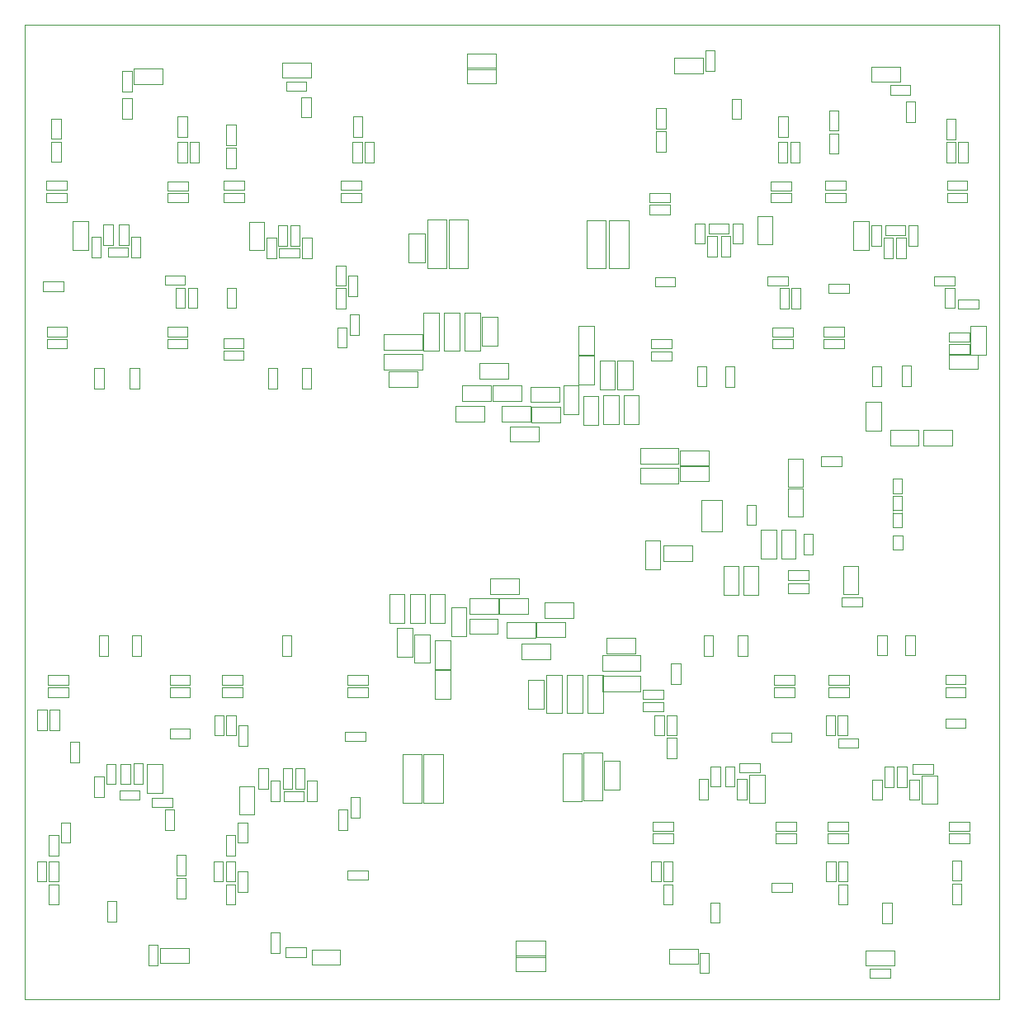
<source format=gbr>
G04 (created by PCBNEW (2013-mar-13)-testing) date Mon 12 Aug 2013 08:34:11 AM ICT*
%MOIN*%
G04 Gerber Fmt 3.4, Leading zero omitted, Abs format*
%FSLAX34Y34*%
G01*
G70*
G90*
G04 APERTURE LIST*
%ADD10C,0.00393701*%
%ADD11C,0.002*%
G04 APERTURE END LIST*
G54D10*
X38779Y-61023D02*
X78149Y-61023D01*
X78149Y-61023D02*
X78149Y-21653D01*
X78149Y-21653D02*
X38779Y-21653D01*
X38779Y-21653D02*
X38779Y-61023D01*
G54D11*
X56666Y-29538D02*
X56666Y-31484D01*
X55892Y-31484D02*
X55892Y-29538D01*
X55892Y-29538D02*
X56666Y-29538D01*
X56666Y-31484D02*
X55892Y-31484D01*
X55800Y-29538D02*
X55800Y-31484D01*
X55026Y-31484D02*
X55026Y-29538D01*
X55026Y-29538D02*
X55800Y-29538D01*
X55800Y-31484D02*
X55026Y-31484D01*
X62237Y-29558D02*
X62237Y-31504D01*
X61463Y-31504D02*
X61463Y-29558D01*
X61463Y-29558D02*
X62237Y-29558D01*
X62237Y-31504D02*
X61463Y-31504D01*
X63162Y-29558D02*
X63162Y-31504D01*
X62388Y-31504D02*
X62388Y-29558D01*
X62388Y-29558D02*
X63162Y-29558D01*
X63162Y-31504D02*
X62388Y-31504D01*
X60498Y-53029D02*
X60498Y-51083D01*
X61272Y-51083D02*
X61272Y-53029D01*
X61272Y-53029D02*
X60498Y-53029D01*
X60498Y-51083D02*
X61272Y-51083D01*
X61325Y-53009D02*
X61325Y-51063D01*
X62099Y-51063D02*
X62099Y-53009D01*
X62099Y-53009D02*
X61325Y-53009D01*
X61325Y-51063D02*
X62099Y-51063D01*
X54888Y-53079D02*
X54888Y-51133D01*
X55662Y-51133D02*
X55662Y-53079D01*
X55662Y-53079D02*
X54888Y-53079D01*
X54888Y-51133D02*
X55662Y-51133D01*
X54042Y-53079D02*
X54042Y-51133D01*
X54816Y-51133D02*
X54816Y-53079D01*
X54816Y-53079D02*
X54042Y-53079D01*
X54042Y-51133D02*
X54816Y-51133D01*
X74215Y-41377D02*
X74215Y-41968D01*
X74215Y-41966D02*
X73835Y-41966D01*
X73835Y-41968D02*
X73835Y-41377D01*
X73835Y-41379D02*
X74215Y-41379D01*
X74215Y-40688D02*
X74215Y-41279D01*
X74215Y-41277D02*
X73835Y-41277D01*
X73835Y-41279D02*
X73835Y-40688D01*
X73835Y-40690D02*
X74215Y-40690D01*
X74225Y-42283D02*
X74225Y-42874D01*
X74225Y-42872D02*
X73845Y-42872D01*
X73845Y-42874D02*
X73845Y-42283D01*
X73845Y-42285D02*
X74225Y-42285D01*
X74215Y-40000D02*
X74215Y-40590D01*
X74215Y-40588D02*
X73835Y-40588D01*
X73835Y-40590D02*
X73835Y-40000D01*
X73835Y-40001D02*
X74215Y-40001D01*
X69894Y-42058D02*
X69894Y-43216D01*
X69894Y-43226D02*
X69337Y-43226D01*
X69337Y-43226D02*
X69337Y-42068D01*
X69337Y-42058D02*
X69894Y-42058D01*
X76113Y-34996D02*
X77271Y-34996D01*
X77281Y-34996D02*
X77281Y-35554D01*
X77281Y-35554D02*
X76123Y-35554D01*
X76113Y-35554D02*
X76113Y-34996D01*
X66099Y-42114D02*
X66099Y-40857D01*
X66099Y-40857D02*
X66951Y-40857D01*
X66951Y-40867D02*
X66951Y-42104D01*
X66951Y-42114D02*
X66099Y-42114D01*
X44338Y-24048D02*
X43180Y-24048D01*
X43180Y-24048D02*
X43180Y-23431D01*
X43180Y-23431D02*
X44338Y-23431D01*
X44338Y-23431D02*
X44338Y-24048D01*
X50332Y-23802D02*
X49174Y-23802D01*
X49174Y-23802D02*
X49174Y-23185D01*
X49174Y-23185D02*
X50332Y-23185D01*
X50332Y-23185D02*
X50332Y-23802D01*
X48448Y-29617D02*
X48448Y-30775D01*
X48448Y-30775D02*
X47831Y-30775D01*
X47831Y-30775D02*
X47831Y-29617D01*
X47831Y-29617D02*
X48448Y-29617D01*
X41331Y-29598D02*
X41331Y-30756D01*
X41331Y-30756D02*
X40715Y-30756D01*
X40715Y-30756D02*
X40715Y-29598D01*
X40715Y-29598D02*
X41331Y-29598D01*
X43707Y-52695D02*
X43707Y-51537D01*
X43707Y-51537D02*
X44324Y-51537D01*
X44324Y-51537D02*
X44324Y-52695D01*
X44324Y-52695D02*
X43707Y-52695D01*
X47437Y-53571D02*
X47437Y-52413D01*
X47437Y-52413D02*
X48054Y-52413D01*
X48054Y-52413D02*
X48054Y-53571D01*
X48054Y-53571D02*
X47437Y-53571D01*
X45391Y-59570D02*
X44233Y-59570D01*
X44233Y-59570D02*
X44233Y-58953D01*
X44233Y-58953D02*
X45391Y-58953D01*
X45391Y-58953D02*
X45391Y-59570D01*
X51523Y-59629D02*
X50365Y-59629D01*
X50365Y-59629D02*
X50365Y-59012D01*
X50365Y-59012D02*
X51523Y-59012D01*
X51523Y-59012D02*
X51523Y-59629D01*
X64814Y-58992D02*
X65972Y-58992D01*
X65972Y-58992D02*
X65972Y-59609D01*
X65972Y-59609D02*
X64814Y-59609D01*
X64814Y-59609D02*
X64814Y-58992D01*
X72747Y-59051D02*
X73905Y-59051D01*
X73905Y-59051D02*
X73905Y-59668D01*
X73905Y-59668D02*
X72747Y-59668D01*
X72747Y-59668D02*
X72747Y-59051D01*
X68057Y-53108D02*
X68057Y-51950D01*
X68057Y-51950D02*
X68674Y-51950D01*
X68674Y-51950D02*
X68674Y-53108D01*
X68674Y-53108D02*
X68057Y-53108D01*
X75016Y-53138D02*
X75016Y-51980D01*
X75016Y-51980D02*
X75633Y-51980D01*
X75633Y-51980D02*
X75633Y-53138D01*
X75633Y-53138D02*
X75016Y-53138D01*
X68989Y-29381D02*
X68989Y-30539D01*
X68989Y-30539D02*
X68372Y-30539D01*
X68372Y-30539D02*
X68372Y-29381D01*
X68372Y-29381D02*
X68989Y-29381D01*
X72867Y-29598D02*
X72867Y-30756D01*
X72867Y-30756D02*
X72250Y-30756D01*
X72250Y-30756D02*
X72250Y-29598D01*
X72250Y-29598D02*
X72867Y-29598D01*
X65021Y-22998D02*
X66179Y-22998D01*
X66179Y-22998D02*
X66179Y-23615D01*
X66179Y-23615D02*
X65021Y-23615D01*
X65021Y-23615D02*
X65021Y-22998D01*
X72974Y-23353D02*
X74132Y-23353D01*
X74132Y-23353D02*
X74132Y-23969D01*
X74132Y-23969D02*
X72974Y-23969D01*
X72974Y-23969D02*
X72974Y-23353D01*
X59091Y-49279D02*
X59091Y-48121D01*
X59091Y-48121D02*
X59727Y-48121D01*
X59727Y-48131D02*
X59727Y-49289D01*
X59727Y-49289D02*
X59091Y-49289D01*
X57240Y-34634D02*
X57240Y-33476D01*
X57240Y-33476D02*
X57877Y-33476D01*
X57877Y-33485D02*
X57877Y-34643D01*
X57877Y-34643D02*
X57240Y-34643D01*
X53476Y-35666D02*
X54634Y-35666D01*
X54634Y-35666D02*
X54634Y-36302D01*
X54624Y-36302D02*
X53466Y-36302D01*
X53466Y-36302D02*
X53466Y-35666D01*
X57803Y-24034D02*
X56645Y-24034D01*
X56645Y-24034D02*
X56645Y-23398D01*
X56655Y-23398D02*
X57813Y-23398D01*
X57813Y-23398D02*
X57813Y-24034D01*
X57803Y-23475D02*
X56645Y-23475D01*
X56645Y-23475D02*
X56645Y-22839D01*
X56655Y-22839D02*
X57813Y-22839D01*
X57813Y-22839D02*
X57813Y-23475D01*
X58633Y-58677D02*
X59791Y-58677D01*
X59791Y-58677D02*
X59791Y-59314D01*
X59781Y-59314D02*
X58623Y-59314D01*
X58623Y-59314D02*
X58623Y-58677D01*
X58633Y-59268D02*
X59791Y-59268D01*
X59791Y-59268D02*
X59791Y-59904D01*
X59781Y-59904D02*
X58623Y-59904D01*
X58623Y-59904D02*
X58623Y-59268D01*
X66386Y-39491D02*
X65228Y-39491D01*
X65228Y-39491D02*
X65228Y-38855D01*
X65237Y-38855D02*
X66395Y-38855D01*
X66395Y-38855D02*
X66395Y-39491D01*
X66386Y-40101D02*
X65228Y-40101D01*
X65228Y-40101D02*
X65228Y-39465D01*
X65237Y-39465D02*
X66395Y-39465D01*
X66395Y-39465D02*
X66395Y-40101D01*
X64578Y-42693D02*
X65736Y-42693D01*
X65736Y-42693D02*
X65736Y-43329D01*
X65726Y-43329D02*
X64568Y-43329D01*
X64568Y-43329D02*
X64568Y-42693D01*
X57940Y-44840D02*
X59098Y-44840D01*
X59098Y-44840D02*
X59098Y-45477D01*
X59088Y-45477D02*
X57930Y-45477D01*
X57930Y-45477D02*
X57930Y-44840D01*
X57909Y-45469D02*
X56751Y-45469D01*
X56751Y-45469D02*
X56751Y-44832D01*
X56760Y-44832D02*
X57918Y-44832D01*
X57918Y-44832D02*
X57918Y-45469D01*
X53796Y-47193D02*
X53796Y-46035D01*
X53796Y-46035D02*
X54432Y-46035D01*
X54432Y-46045D02*
X54432Y-47203D01*
X54432Y-47203D02*
X53796Y-47203D01*
X62181Y-52557D02*
X62181Y-51399D01*
X62181Y-51399D02*
X62818Y-51399D01*
X62818Y-51409D02*
X62818Y-52567D01*
X62818Y-52567D02*
X62181Y-52567D01*
X58854Y-46666D02*
X60012Y-46666D01*
X60012Y-46666D02*
X60012Y-47303D01*
X60002Y-47303D02*
X58844Y-47303D01*
X58844Y-47303D02*
X58844Y-46666D01*
X62295Y-46414D02*
X63453Y-46414D01*
X63453Y-46414D02*
X63453Y-47050D01*
X63443Y-47050D02*
X62285Y-47050D01*
X62285Y-47050D02*
X62285Y-46414D01*
X58243Y-45784D02*
X59401Y-45784D01*
X59401Y-45784D02*
X59401Y-46421D01*
X59391Y-46421D02*
X58233Y-46421D01*
X58233Y-46421D02*
X58233Y-45784D01*
X55963Y-47753D02*
X55963Y-48911D01*
X55963Y-48911D02*
X55326Y-48911D01*
X55326Y-48901D02*
X55326Y-47743D01*
X55326Y-47743D02*
X55963Y-47743D01*
X59201Y-37693D02*
X58043Y-37693D01*
X58043Y-37693D02*
X58043Y-37056D01*
X58052Y-37056D02*
X59210Y-37056D01*
X59210Y-37056D02*
X59210Y-37693D01*
X59247Y-37103D02*
X60405Y-37103D01*
X60405Y-37103D02*
X60405Y-37740D01*
X60395Y-37740D02*
X59237Y-37740D01*
X59237Y-37740D02*
X59237Y-37103D01*
X63349Y-35247D02*
X63349Y-36405D01*
X63349Y-36405D02*
X62713Y-36405D01*
X62713Y-36395D02*
X62713Y-35237D01*
X62713Y-35237D02*
X63349Y-35237D01*
X54924Y-30090D02*
X54924Y-31248D01*
X54924Y-31248D02*
X54288Y-31248D01*
X54288Y-31238D02*
X54288Y-30080D01*
X54288Y-30080D02*
X54924Y-30080D01*
X58303Y-35953D02*
X57145Y-35953D01*
X57145Y-35953D02*
X57145Y-35316D01*
X57154Y-35316D02*
X58312Y-35316D01*
X58312Y-35316D02*
X58312Y-35953D01*
X58838Y-36866D02*
X57680Y-36866D01*
X57680Y-36866D02*
X57680Y-36229D01*
X57689Y-36229D02*
X58847Y-36229D01*
X58847Y-36229D02*
X58847Y-36866D01*
X61145Y-34978D02*
X61145Y-33820D01*
X61145Y-33820D02*
X61782Y-33820D01*
X61782Y-33829D02*
X61782Y-34987D01*
X61782Y-34987D02*
X61145Y-34987D01*
X63633Y-39563D02*
X65185Y-39563D01*
X65185Y-40199D02*
X63633Y-40199D01*
X63633Y-40199D02*
X63633Y-39563D01*
X65185Y-39563D02*
X65185Y-40199D01*
X63633Y-38756D02*
X65185Y-38756D01*
X65185Y-39392D02*
X63633Y-39392D01*
X63633Y-39392D02*
X63633Y-38756D01*
X65185Y-38756D02*
X65185Y-39392D01*
X60475Y-47924D02*
X60475Y-49476D01*
X59839Y-49476D02*
X59839Y-47924D01*
X59839Y-47924D02*
X60475Y-47924D01*
X60475Y-49476D02*
X59839Y-49476D01*
X61302Y-47924D02*
X61302Y-49476D01*
X60666Y-49476D02*
X60666Y-47924D01*
X60666Y-47924D02*
X61302Y-47924D01*
X61302Y-49476D02*
X60666Y-49476D01*
X62129Y-47924D02*
X62129Y-49476D01*
X61492Y-49476D02*
X61492Y-47924D01*
X61492Y-47924D02*
X62129Y-47924D01*
X62129Y-49476D02*
X61492Y-49476D01*
X62098Y-47949D02*
X63650Y-47949D01*
X63650Y-48585D02*
X62098Y-48585D01*
X62098Y-48585D02*
X62098Y-47949D01*
X63650Y-47949D02*
X63650Y-48585D01*
X62098Y-47122D02*
X63650Y-47122D01*
X63650Y-47759D02*
X62098Y-47759D01*
X62098Y-47759D02*
X62098Y-47122D01*
X63650Y-47122D02*
X63650Y-47759D01*
X56532Y-34831D02*
X56532Y-33279D01*
X57168Y-33279D02*
X57168Y-34831D01*
X57168Y-34831D02*
X56532Y-34831D01*
X56532Y-33279D02*
X57168Y-33279D01*
X55705Y-34831D02*
X55705Y-33279D01*
X56341Y-33279D02*
X56341Y-34831D01*
X56341Y-34831D02*
X55705Y-34831D01*
X55705Y-33279D02*
X56341Y-33279D01*
X54878Y-34831D02*
X54878Y-33279D01*
X55514Y-33279D02*
X55514Y-34831D01*
X55514Y-34831D02*
X54878Y-34831D01*
X54878Y-33279D02*
X55514Y-33279D01*
X54831Y-34806D02*
X53279Y-34806D01*
X53279Y-34170D02*
X54831Y-34170D01*
X54831Y-34170D02*
X54831Y-34806D01*
X53279Y-34806D02*
X53279Y-34170D01*
X54831Y-35593D02*
X53279Y-35593D01*
X53279Y-34957D02*
X54831Y-34957D01*
X54831Y-34957D02*
X54831Y-35593D01*
X53279Y-35593D02*
X53279Y-34957D01*
X68418Y-43535D02*
X68418Y-44693D01*
X68418Y-44693D02*
X67801Y-44693D01*
X67801Y-44693D02*
X67801Y-43535D01*
X67801Y-43535D02*
X68418Y-43535D01*
X67621Y-43535D02*
X67621Y-44693D01*
X67621Y-44693D02*
X67004Y-44693D01*
X67004Y-44693D02*
X67004Y-43535D01*
X67004Y-43535D02*
X67621Y-43535D01*
X72453Y-43515D02*
X72453Y-44673D01*
X72453Y-44673D02*
X71837Y-44673D01*
X71837Y-44673D02*
X71837Y-43515D01*
X71837Y-43515D02*
X72453Y-43515D01*
X68510Y-43226D02*
X68510Y-42068D01*
X68510Y-42068D02*
X69127Y-42068D01*
X69127Y-42068D02*
X69127Y-43226D01*
X69127Y-43226D02*
X68510Y-43226D01*
X76975Y-34988D02*
X76975Y-33830D01*
X76975Y-33830D02*
X77591Y-33830D01*
X77591Y-33830D02*
X77591Y-34988D01*
X77591Y-34988D02*
X76975Y-34988D01*
X73359Y-36901D02*
X73359Y-38059D01*
X73359Y-38059D02*
X72742Y-38059D01*
X72742Y-38059D02*
X72742Y-36901D01*
X72742Y-36901D02*
X73359Y-36901D01*
X75070Y-38038D02*
X76228Y-38038D01*
X76228Y-38038D02*
X76228Y-38654D01*
X76228Y-38654D02*
X75070Y-38654D01*
X75070Y-38654D02*
X75070Y-38038D01*
X74890Y-38654D02*
X73732Y-38654D01*
X73732Y-38654D02*
X73732Y-38038D01*
X73732Y-38038D02*
X74890Y-38038D01*
X74890Y-38038D02*
X74890Y-38654D01*
X70219Y-39184D02*
X70219Y-40342D01*
X70219Y-40342D02*
X69603Y-40342D01*
X69603Y-40342D02*
X69603Y-39184D01*
X69603Y-39184D02*
X70219Y-39184D01*
X70219Y-40385D02*
X70219Y-41543D01*
X70219Y-41543D02*
X69603Y-41543D01*
X69603Y-41543D02*
X69603Y-40385D01*
X69603Y-40385D02*
X70219Y-40385D01*
X64442Y-42491D02*
X64442Y-43649D01*
X64442Y-43649D02*
X63825Y-43649D01*
X63825Y-43649D02*
X63825Y-42491D01*
X63825Y-42491D02*
X64442Y-42491D01*
X56611Y-45194D02*
X56611Y-46352D01*
X56611Y-46352D02*
X55994Y-46352D01*
X55994Y-46352D02*
X55994Y-45194D01*
X55994Y-45194D02*
X56611Y-45194D01*
X54521Y-47438D02*
X54521Y-46280D01*
X54521Y-46280D02*
X55138Y-46280D01*
X55138Y-46280D02*
X55138Y-47438D01*
X55138Y-47438D02*
X54521Y-47438D01*
X54324Y-45824D02*
X54324Y-44666D01*
X54324Y-44666D02*
X54941Y-44666D01*
X54941Y-44666D02*
X54941Y-45824D01*
X54941Y-45824D02*
X54324Y-45824D01*
X57574Y-44031D02*
X58732Y-44031D01*
X58732Y-44031D02*
X58732Y-44648D01*
X58732Y-44648D02*
X57574Y-44648D01*
X57574Y-44648D02*
X57574Y-44031D01*
X54119Y-44662D02*
X54119Y-45820D01*
X54119Y-45820D02*
X53502Y-45820D01*
X53502Y-45820D02*
X53502Y-44662D01*
X53502Y-44662D02*
X54119Y-44662D01*
X55131Y-45824D02*
X55131Y-44666D01*
X55131Y-44666D02*
X55748Y-44666D01*
X55748Y-44666D02*
X55748Y-45824D01*
X55748Y-45824D02*
X55131Y-45824D01*
X55961Y-46532D02*
X55961Y-47690D01*
X55961Y-47690D02*
X55344Y-47690D01*
X55344Y-47690D02*
X55344Y-46532D01*
X55344Y-46532D02*
X55961Y-46532D01*
X59779Y-44995D02*
X60937Y-44995D01*
X60937Y-44995D02*
X60937Y-45612D01*
X60937Y-45612D02*
X59779Y-45612D01*
X59779Y-45612D02*
X59779Y-44995D01*
X59440Y-45794D02*
X60598Y-45794D01*
X60598Y-45794D02*
X60598Y-46411D01*
X60598Y-46411D02*
X59440Y-46411D01*
X59440Y-46411D02*
X59440Y-45794D01*
X57890Y-46278D02*
X56732Y-46278D01*
X56732Y-46278D02*
X56732Y-45661D01*
X56732Y-45661D02*
X57890Y-45661D01*
X57890Y-45661D02*
X57890Y-46278D01*
X60525Y-37379D02*
X60525Y-36221D01*
X60525Y-36221D02*
X61142Y-36221D01*
X61142Y-36221D02*
X61142Y-37379D01*
X61142Y-37379D02*
X60525Y-37379D01*
X62615Y-35233D02*
X62615Y-36391D01*
X62615Y-36391D02*
X61998Y-36391D01*
X61998Y-36391D02*
X61998Y-35233D01*
X61998Y-35233D02*
X62615Y-35233D01*
X62772Y-36631D02*
X62772Y-37789D01*
X62772Y-37789D02*
X62155Y-37789D01*
X62155Y-37789D02*
X62155Y-36631D01*
X62155Y-36631D02*
X62772Y-36631D01*
X59543Y-38502D02*
X58385Y-38502D01*
X58385Y-38502D02*
X58385Y-37885D01*
X58385Y-37885D02*
X59543Y-37885D01*
X59543Y-37885D02*
X59543Y-38502D01*
X62958Y-37793D02*
X62958Y-36635D01*
X62958Y-36635D02*
X63575Y-36635D01*
X63575Y-36635D02*
X63575Y-37793D01*
X63575Y-37793D02*
X62958Y-37793D01*
X61953Y-36662D02*
X61953Y-37820D01*
X61953Y-37820D02*
X61336Y-37820D01*
X61336Y-37820D02*
X61336Y-36662D01*
X61336Y-36662D02*
X61953Y-36662D01*
X61147Y-36186D02*
X61147Y-35028D01*
X61147Y-35028D02*
X61764Y-35028D01*
X61764Y-35028D02*
X61764Y-36186D01*
X61764Y-36186D02*
X61147Y-36186D01*
X57327Y-37683D02*
X56169Y-37683D01*
X56169Y-37683D02*
X56169Y-37066D01*
X56169Y-37066D02*
X57327Y-37066D01*
X57327Y-37066D02*
X57327Y-37683D01*
X57606Y-36856D02*
X56448Y-36856D01*
X56448Y-36856D02*
X56448Y-36239D01*
X56448Y-36239D02*
X57606Y-36239D01*
X57606Y-36239D02*
X57606Y-36856D01*
X59220Y-36287D02*
X60378Y-36287D01*
X60378Y-36287D02*
X60378Y-36904D01*
X60378Y-36904D02*
X59220Y-36904D01*
X59220Y-36904D02*
X59220Y-36287D01*
X70613Y-42235D02*
X70613Y-43059D01*
X70613Y-43059D02*
X70233Y-43059D01*
X70233Y-43059D02*
X70233Y-42235D01*
X70233Y-42235D02*
X70613Y-42235D01*
X71773Y-44780D02*
X72596Y-44780D01*
X72596Y-44780D02*
X72596Y-45160D01*
X72596Y-45160D02*
X71773Y-45160D01*
X71773Y-45160D02*
X71773Y-44780D01*
X69617Y-44239D02*
X70441Y-44239D01*
X70441Y-44239D02*
X70441Y-44619D01*
X70441Y-44619D02*
X69617Y-44619D01*
X69617Y-44619D02*
X69617Y-44239D01*
X43556Y-51507D02*
X43556Y-52330D01*
X43556Y-52330D02*
X43176Y-52330D01*
X43176Y-52330D02*
X43176Y-51507D01*
X43176Y-51507D02*
X43556Y-51507D01*
X49233Y-52644D02*
X50057Y-52644D01*
X50057Y-52644D02*
X50057Y-53024D01*
X50057Y-53024D02*
X49233Y-53024D01*
X49233Y-53024D02*
X49233Y-52644D01*
X44156Y-58830D02*
X44156Y-59653D01*
X44156Y-59653D02*
X43776Y-59653D01*
X43776Y-59653D02*
X43776Y-58830D01*
X43776Y-58830D02*
X44156Y-58830D01*
X50145Y-59314D02*
X49322Y-59314D01*
X49322Y-59314D02*
X49322Y-58934D01*
X49322Y-58934D02*
X50145Y-58934D01*
X50145Y-58934D02*
X50145Y-59314D01*
X68462Y-51863D02*
X67639Y-51863D01*
X67639Y-51863D02*
X67639Y-51483D01*
X67639Y-51483D02*
X68462Y-51483D01*
X68462Y-51483D02*
X68462Y-51863D01*
X75460Y-51922D02*
X74637Y-51922D01*
X74637Y-51922D02*
X74637Y-51542D01*
X74637Y-51542D02*
X75460Y-51542D01*
X75460Y-51542D02*
X75460Y-51922D01*
X66410Y-59155D02*
X66410Y-59978D01*
X66410Y-59978D02*
X66030Y-59978D01*
X66030Y-59978D02*
X66030Y-59155D01*
X66030Y-59155D02*
X66410Y-59155D01*
X73738Y-60170D02*
X72915Y-60170D01*
X72915Y-60170D02*
X72915Y-59790D01*
X72915Y-59790D02*
X73738Y-59790D01*
X73738Y-59790D02*
X73738Y-60170D01*
X73525Y-29770D02*
X74348Y-29770D01*
X74348Y-29770D02*
X74348Y-30150D01*
X74348Y-30150D02*
X73525Y-30150D01*
X73525Y-30150D02*
X73525Y-29770D01*
X67222Y-30091D02*
X66399Y-30091D01*
X66399Y-30091D02*
X66399Y-29711D01*
X66399Y-29711D02*
X67222Y-29711D01*
X67222Y-29711D02*
X67222Y-30091D01*
X73732Y-24111D02*
X74555Y-24111D01*
X74555Y-24111D02*
X74555Y-24491D01*
X74555Y-24491D02*
X73732Y-24491D01*
X73732Y-24491D02*
X73732Y-24111D01*
X66266Y-23512D02*
X66266Y-22688D01*
X66266Y-22688D02*
X66646Y-22688D01*
X66646Y-22688D02*
X66646Y-23512D01*
X66646Y-23512D02*
X66266Y-23512D01*
X49880Y-31075D02*
X49056Y-31075D01*
X49056Y-31075D02*
X49056Y-30695D01*
X49056Y-30695D02*
X49880Y-30695D01*
X49880Y-30695D02*
X49880Y-31075D01*
X42127Y-30656D02*
X42951Y-30656D01*
X42951Y-30656D02*
X42951Y-31036D01*
X42951Y-31036D02*
X42127Y-31036D01*
X42127Y-31036D02*
X42127Y-30656D01*
X49332Y-23963D02*
X50155Y-23963D01*
X50155Y-23963D02*
X50155Y-24343D01*
X50155Y-24343D02*
X49332Y-24343D01*
X49332Y-24343D02*
X49332Y-23963D01*
X43103Y-23525D02*
X43103Y-24348D01*
X43103Y-24348D02*
X42723Y-24348D01*
X42723Y-24348D02*
X42723Y-23525D01*
X42723Y-23525D02*
X43103Y-23525D01*
X68319Y-41045D02*
X68319Y-41868D01*
X68319Y-41868D02*
X67939Y-41868D01*
X67939Y-41868D02*
X67939Y-41045D01*
X67939Y-41045D02*
X68319Y-41045D01*
X70956Y-39111D02*
X71779Y-39111D01*
X71779Y-39111D02*
X71779Y-39491D01*
X71779Y-39491D02*
X70956Y-39491D01*
X70956Y-39491D02*
X70956Y-39111D01*
X41758Y-47163D02*
X41758Y-46340D01*
X41758Y-46340D02*
X42138Y-46340D01*
X42138Y-46340D02*
X42138Y-47163D01*
X42138Y-47163D02*
X41758Y-47163D01*
X40987Y-50631D02*
X40987Y-51454D01*
X40987Y-51454D02*
X40607Y-51454D01*
X40607Y-51454D02*
X40607Y-50631D01*
X40607Y-50631D02*
X40987Y-50631D01*
X40529Y-48812D02*
X39706Y-48812D01*
X39706Y-48812D02*
X39706Y-48432D01*
X39706Y-48432D02*
X40529Y-48432D01*
X40529Y-48432D02*
X40529Y-48812D01*
X43423Y-52975D02*
X42600Y-52975D01*
X42600Y-52975D02*
X42600Y-52595D01*
X42600Y-52595D02*
X43423Y-52595D01*
X43423Y-52595D02*
X43423Y-52975D01*
X44627Y-48432D02*
X45451Y-48432D01*
X45451Y-48432D02*
X45451Y-48812D01*
X45451Y-48812D02*
X44627Y-48812D01*
X44627Y-48812D02*
X44627Y-48432D01*
X44627Y-50105D02*
X45451Y-50105D01*
X45451Y-50105D02*
X45451Y-50485D01*
X45451Y-50485D02*
X44627Y-50485D01*
X44627Y-50485D02*
X44627Y-50105D01*
X43024Y-51517D02*
X43024Y-52340D01*
X43024Y-52340D02*
X42644Y-52340D01*
X42644Y-52340D02*
X42644Y-51517D01*
X42644Y-51517D02*
X43024Y-51517D01*
X42453Y-51517D02*
X42453Y-52340D01*
X42453Y-52340D02*
X42073Y-52340D01*
X42073Y-52340D02*
X42073Y-51517D01*
X42073Y-51517D02*
X42453Y-51517D01*
X40160Y-49322D02*
X40160Y-50145D01*
X40160Y-50145D02*
X39780Y-50145D01*
X39780Y-50145D02*
X39780Y-49322D01*
X39780Y-49322D02*
X40160Y-49322D01*
X40529Y-48319D02*
X39706Y-48319D01*
X39706Y-48319D02*
X39706Y-47939D01*
X39706Y-47939D02*
X40529Y-47939D01*
X40529Y-47939D02*
X40529Y-48319D01*
X44627Y-47939D02*
X45451Y-47939D01*
X45451Y-47939D02*
X45451Y-48319D01*
X45451Y-48319D02*
X44627Y-48319D01*
X44627Y-48319D02*
X44627Y-47939D01*
X51704Y-50213D02*
X52527Y-50213D01*
X52527Y-50213D02*
X52527Y-50593D01*
X52527Y-50593D02*
X51704Y-50593D01*
X51704Y-50593D02*
X51704Y-50213D01*
X47577Y-48812D02*
X46753Y-48812D01*
X46753Y-48812D02*
X46753Y-48432D01*
X46753Y-48432D02*
X47577Y-48432D01*
X47577Y-48432D02*
X47577Y-48812D01*
X48595Y-51704D02*
X48595Y-52527D01*
X48595Y-52527D02*
X48215Y-52527D01*
X48215Y-52527D02*
X48215Y-51704D01*
X48215Y-51704D02*
X48595Y-51704D01*
X49160Y-47163D02*
X49160Y-46340D01*
X49160Y-46340D02*
X49540Y-46340D01*
X49540Y-46340D02*
X49540Y-47163D01*
X49540Y-47163D02*
X49160Y-47163D01*
X51812Y-48432D02*
X52636Y-48432D01*
X52636Y-48432D02*
X52636Y-48812D01*
X52636Y-48812D02*
X51812Y-48812D01*
X51812Y-48812D02*
X51812Y-48432D01*
X47788Y-49962D02*
X47788Y-50785D01*
X47788Y-50785D02*
X47408Y-50785D01*
X47408Y-50785D02*
X47408Y-49962D01*
X47408Y-49962D02*
X47788Y-49962D01*
X50071Y-51694D02*
X50071Y-52517D01*
X50071Y-52517D02*
X49691Y-52517D01*
X49691Y-52517D02*
X49691Y-51694D01*
X49691Y-51694D02*
X50071Y-51694D01*
X49579Y-51694D02*
X49579Y-52517D01*
X49579Y-52517D02*
X49199Y-52517D01*
X49199Y-52517D02*
X49199Y-51694D01*
X49199Y-51694D02*
X49579Y-51694D01*
X47296Y-49548D02*
X47296Y-50372D01*
X47296Y-50372D02*
X46916Y-50372D01*
X46916Y-50372D02*
X46916Y-49548D01*
X46916Y-49548D02*
X47296Y-49548D01*
X47577Y-48319D02*
X46753Y-48319D01*
X46753Y-48319D02*
X46753Y-47939D01*
X46753Y-47939D02*
X47577Y-47939D01*
X47577Y-47939D02*
X47577Y-48319D01*
X51812Y-47939D02*
X52636Y-47939D01*
X52636Y-47939D02*
X52636Y-48319D01*
X52636Y-48319D02*
X51812Y-48319D01*
X51812Y-48319D02*
X51812Y-47939D01*
X42473Y-57058D02*
X42473Y-57882D01*
X42473Y-57882D02*
X42093Y-57882D01*
X42093Y-57882D02*
X42093Y-57058D01*
X42093Y-57058D02*
X42473Y-57058D01*
X39750Y-57203D02*
X39750Y-56379D01*
X39750Y-56379D02*
X40130Y-56379D01*
X40130Y-56379D02*
X40130Y-57203D01*
X40130Y-57203D02*
X39750Y-57203D01*
X39750Y-55214D02*
X39750Y-54391D01*
X39750Y-54391D02*
X40130Y-54391D01*
X40130Y-54391D02*
X40130Y-55214D01*
X40130Y-55214D02*
X39750Y-55214D01*
X41581Y-52852D02*
X41581Y-52029D01*
X41581Y-52029D02*
X41961Y-52029D01*
X41961Y-52029D02*
X41961Y-52852D01*
X41961Y-52852D02*
X41581Y-52852D01*
X43909Y-52890D02*
X44732Y-52890D01*
X44732Y-52890D02*
X44732Y-53270D01*
X44732Y-53270D02*
X43909Y-53270D01*
X43909Y-53270D02*
X43909Y-52890D01*
X43097Y-47163D02*
X43097Y-46340D01*
X43097Y-46340D02*
X43477Y-46340D01*
X43477Y-46340D02*
X43477Y-47163D01*
X43477Y-47163D02*
X43097Y-47163D01*
X44908Y-56947D02*
X44908Y-56123D01*
X44908Y-56123D02*
X45288Y-56123D01*
X45288Y-56123D02*
X45288Y-56947D01*
X45288Y-56947D02*
X44908Y-56947D01*
X45288Y-55198D02*
X45288Y-56021D01*
X45288Y-56021D02*
X44908Y-56021D01*
X44908Y-56021D02*
X44908Y-55198D01*
X44908Y-55198D02*
X45288Y-55198D01*
X40130Y-55454D02*
X40130Y-56277D01*
X40130Y-56277D02*
X39750Y-56277D01*
X39750Y-56277D02*
X39750Y-55454D01*
X39750Y-55454D02*
X40130Y-55454D01*
X40623Y-53879D02*
X40623Y-54703D01*
X40623Y-54703D02*
X40243Y-54703D01*
X40243Y-54703D02*
X40243Y-53879D01*
X40243Y-53879D02*
X40623Y-53879D01*
X44432Y-54191D02*
X44432Y-53367D01*
X44432Y-53367D02*
X44812Y-53367D01*
X44812Y-53367D02*
X44812Y-54191D01*
X44812Y-54191D02*
X44432Y-54191D01*
X51822Y-55823D02*
X52645Y-55823D01*
X52645Y-55823D02*
X52645Y-56203D01*
X52645Y-56203D02*
X51822Y-56203D01*
X51822Y-56203D02*
X51822Y-55823D01*
X46896Y-57203D02*
X46896Y-56379D01*
X46896Y-56379D02*
X47276Y-56379D01*
X47276Y-56379D02*
X47276Y-57203D01*
X47276Y-57203D02*
X46896Y-57203D01*
X46896Y-55214D02*
X46896Y-54391D01*
X46896Y-54391D02*
X47276Y-54391D01*
X47276Y-54391D02*
X47276Y-55214D01*
X47276Y-55214D02*
X46896Y-55214D01*
X50184Y-53029D02*
X50184Y-52206D01*
X50184Y-52206D02*
X50564Y-52206D01*
X50564Y-52206D02*
X50564Y-53029D01*
X50564Y-53029D02*
X50184Y-53029D01*
X52315Y-52856D02*
X52315Y-53679D01*
X52315Y-53679D02*
X51935Y-53679D01*
X51935Y-53679D02*
X51935Y-52856D01*
X51935Y-52856D02*
X52315Y-52856D01*
X47768Y-55867D02*
X47768Y-56691D01*
X47768Y-56691D02*
X47388Y-56691D01*
X47388Y-56691D02*
X47388Y-55867D01*
X47388Y-55867D02*
X47768Y-55867D01*
X48707Y-53029D02*
X48707Y-52206D01*
X48707Y-52206D02*
X49087Y-52206D01*
X49087Y-52206D02*
X49087Y-53029D01*
X49087Y-53029D02*
X48707Y-53029D01*
X49077Y-58338D02*
X49077Y-59161D01*
X49077Y-59161D02*
X48697Y-59161D01*
X48697Y-59161D02*
X48697Y-58338D01*
X48697Y-58338D02*
X49077Y-58338D01*
X47276Y-55454D02*
X47276Y-56277D01*
X47276Y-56277D02*
X46896Y-56277D01*
X46896Y-56277D02*
X46896Y-55454D01*
X46896Y-55454D02*
X47276Y-55454D01*
X47768Y-53879D02*
X47768Y-54703D01*
X47768Y-54703D02*
X47388Y-54703D01*
X47388Y-54703D02*
X47388Y-53879D01*
X47388Y-53879D02*
X47768Y-53879D01*
X51443Y-54191D02*
X51443Y-53367D01*
X51443Y-53367D02*
X51823Y-53367D01*
X51823Y-53367D02*
X51823Y-54191D01*
X51823Y-54191D02*
X51443Y-54191D01*
X67546Y-52951D02*
X67546Y-52127D01*
X67546Y-52127D02*
X67926Y-52127D01*
X67926Y-52127D02*
X67926Y-52951D01*
X67926Y-52951D02*
X67546Y-52951D01*
X64565Y-48910D02*
X63741Y-48910D01*
X63741Y-48910D02*
X63741Y-48530D01*
X63741Y-48530D02*
X64565Y-48530D01*
X64565Y-48530D02*
X64565Y-48910D01*
X67585Y-47163D02*
X67585Y-46340D01*
X67585Y-46340D02*
X67965Y-46340D01*
X67965Y-46340D02*
X67965Y-47163D01*
X67965Y-47163D02*
X67585Y-47163D01*
X66207Y-47163D02*
X66207Y-46340D01*
X66207Y-46340D02*
X66587Y-46340D01*
X66587Y-46340D02*
X66587Y-47163D01*
X66587Y-47163D02*
X66207Y-47163D01*
X69037Y-48432D02*
X69860Y-48432D01*
X69860Y-48432D02*
X69860Y-48812D01*
X69860Y-48812D02*
X69037Y-48812D01*
X69037Y-48812D02*
X69037Y-48432D01*
X64711Y-51297D02*
X64711Y-50474D01*
X64711Y-50474D02*
X65091Y-50474D01*
X65091Y-50474D02*
X65091Y-51297D01*
X65091Y-51297D02*
X64711Y-51297D01*
X67453Y-51615D02*
X67453Y-52439D01*
X67453Y-52439D02*
X67073Y-52439D01*
X67073Y-52439D02*
X67073Y-51615D01*
X67073Y-51615D02*
X67453Y-51615D01*
X66863Y-51615D02*
X66863Y-52439D01*
X66863Y-52439D02*
X66483Y-52439D01*
X66483Y-52439D02*
X66483Y-51615D01*
X66483Y-51615D02*
X66863Y-51615D01*
X65091Y-49548D02*
X65091Y-50372D01*
X65091Y-50372D02*
X64711Y-50372D01*
X64711Y-50372D02*
X64711Y-49548D01*
X64711Y-49548D02*
X65091Y-49548D01*
X64888Y-48285D02*
X64888Y-47462D01*
X64888Y-47462D02*
X65268Y-47462D01*
X65268Y-47462D02*
X65268Y-48285D01*
X65268Y-48285D02*
X64888Y-48285D01*
X69037Y-47939D02*
X69860Y-47939D01*
X69860Y-47939D02*
X69860Y-48319D01*
X69860Y-48319D02*
X69037Y-48319D01*
X69037Y-48319D02*
X69037Y-47939D01*
X74514Y-52970D02*
X74514Y-52147D01*
X74514Y-52147D02*
X74894Y-52147D01*
X74894Y-52147D02*
X74894Y-52970D01*
X74894Y-52970D02*
X74514Y-52970D01*
X74357Y-47143D02*
X74357Y-46320D01*
X74357Y-46320D02*
X74737Y-46320D01*
X74737Y-46320D02*
X74737Y-47143D01*
X74737Y-47143D02*
X74357Y-47143D01*
X72065Y-48812D02*
X71241Y-48812D01*
X71241Y-48812D02*
X71241Y-48432D01*
X71241Y-48432D02*
X72065Y-48432D01*
X72065Y-48432D02*
X72065Y-48812D01*
X73215Y-47143D02*
X73215Y-46320D01*
X73215Y-46320D02*
X73595Y-46320D01*
X73595Y-46320D02*
X73595Y-47143D01*
X73595Y-47143D02*
X73215Y-47143D01*
X75966Y-48432D02*
X76789Y-48432D01*
X76789Y-48432D02*
X76789Y-48812D01*
X76789Y-48812D02*
X75966Y-48812D01*
X75966Y-48812D02*
X75966Y-48432D01*
X72449Y-50859D02*
X71625Y-50859D01*
X71625Y-50859D02*
X71625Y-50479D01*
X71625Y-50479D02*
X72449Y-50479D01*
X72449Y-50479D02*
X72449Y-50859D01*
X74402Y-51635D02*
X74402Y-52458D01*
X74402Y-52458D02*
X74022Y-52458D01*
X74022Y-52458D02*
X74022Y-51635D01*
X74022Y-51635D02*
X74402Y-51635D01*
X73890Y-51635D02*
X73890Y-52458D01*
X73890Y-52458D02*
X73510Y-52458D01*
X73510Y-52458D02*
X73510Y-51635D01*
X73510Y-51635D02*
X73890Y-51635D01*
X72001Y-49548D02*
X72001Y-50372D01*
X72001Y-50372D02*
X71621Y-50372D01*
X71621Y-50372D02*
X71621Y-49548D01*
X71621Y-49548D02*
X72001Y-49548D01*
X72065Y-48319D02*
X71241Y-48319D01*
X71241Y-48319D02*
X71241Y-47939D01*
X71241Y-47939D02*
X72065Y-47939D01*
X72065Y-47939D02*
X72065Y-48319D01*
X75966Y-47920D02*
X76789Y-47920D01*
X76789Y-47920D02*
X76789Y-48300D01*
X76789Y-48300D02*
X75966Y-48300D01*
X75966Y-48300D02*
X75966Y-47920D01*
X68948Y-56315D02*
X69771Y-56315D01*
X69771Y-56315D02*
X69771Y-56695D01*
X69771Y-56695D02*
X68948Y-56695D01*
X68948Y-56695D02*
X68948Y-56315D01*
X64565Y-49402D02*
X63741Y-49402D01*
X63741Y-49402D02*
X63741Y-49022D01*
X63741Y-49022D02*
X64565Y-49022D01*
X64565Y-49022D02*
X64565Y-49402D01*
X64958Y-54717D02*
X64135Y-54717D01*
X64135Y-54717D02*
X64135Y-54337D01*
X64135Y-54337D02*
X64958Y-54337D01*
X64958Y-54337D02*
X64958Y-54717D01*
X65991Y-52951D02*
X65991Y-52127D01*
X65991Y-52127D02*
X66371Y-52127D01*
X66371Y-52127D02*
X66371Y-52951D01*
X66371Y-52951D02*
X65991Y-52951D01*
X69115Y-54337D02*
X69939Y-54337D01*
X69939Y-54337D02*
X69939Y-54717D01*
X69939Y-54717D02*
X69115Y-54717D01*
X69115Y-54717D02*
X69115Y-54337D01*
X64573Y-57203D02*
X64573Y-56379D01*
X64573Y-56379D02*
X64953Y-56379D01*
X64953Y-56379D02*
X64953Y-57203D01*
X64953Y-57203D02*
X64573Y-57203D01*
X68928Y-50252D02*
X69752Y-50252D01*
X69752Y-50252D02*
X69752Y-50632D01*
X69752Y-50632D02*
X68928Y-50632D01*
X68928Y-50632D02*
X68928Y-50252D01*
X66839Y-57119D02*
X66839Y-57943D01*
X66839Y-57943D02*
X66459Y-57943D01*
X66459Y-57943D02*
X66459Y-57119D01*
X66459Y-57119D02*
X66839Y-57119D01*
X64953Y-55454D02*
X64953Y-56277D01*
X64953Y-56277D02*
X64573Y-56277D01*
X64573Y-56277D02*
X64573Y-55454D01*
X64573Y-55454D02*
X64953Y-55454D01*
X64958Y-54225D02*
X64135Y-54225D01*
X64135Y-54225D02*
X64135Y-53845D01*
X64135Y-53845D02*
X64958Y-53845D01*
X64958Y-53845D02*
X64958Y-54225D01*
X69115Y-53845D02*
X69939Y-53845D01*
X69939Y-53845D02*
X69939Y-54225D01*
X69939Y-54225D02*
X69115Y-54225D01*
X69115Y-54225D02*
X69115Y-53845D01*
X73800Y-57135D02*
X73800Y-57958D01*
X73800Y-57958D02*
X73420Y-57958D01*
X73420Y-57958D02*
X73420Y-57135D01*
X73420Y-57135D02*
X73800Y-57135D01*
X76227Y-57183D02*
X76227Y-56359D01*
X76227Y-56359D02*
X76607Y-56359D01*
X76607Y-56359D02*
X76607Y-57183D01*
X76607Y-57183D02*
X76227Y-57183D01*
X72045Y-54717D02*
X71222Y-54717D01*
X71222Y-54717D02*
X71222Y-54337D01*
X71222Y-54337D02*
X72045Y-54337D01*
X72045Y-54337D02*
X72045Y-54717D01*
X73018Y-52970D02*
X73018Y-52147D01*
X73018Y-52147D02*
X73398Y-52147D01*
X73398Y-52147D02*
X73398Y-52970D01*
X73398Y-52970D02*
X73018Y-52970D01*
X76123Y-54337D02*
X76947Y-54337D01*
X76947Y-54337D02*
X76947Y-54717D01*
X76947Y-54717D02*
X76123Y-54717D01*
X76123Y-54717D02*
X76123Y-54337D01*
X71640Y-57203D02*
X71640Y-56379D01*
X71640Y-56379D02*
X72020Y-56379D01*
X72020Y-56379D02*
X72020Y-57203D01*
X72020Y-57203D02*
X71640Y-57203D01*
X76607Y-55415D02*
X76607Y-56238D01*
X76607Y-56238D02*
X76227Y-56238D01*
X76227Y-56238D02*
X76227Y-55415D01*
X76227Y-55415D02*
X76607Y-55415D01*
X75966Y-49691D02*
X76789Y-49691D01*
X76789Y-49691D02*
X76789Y-50071D01*
X76789Y-50071D02*
X75966Y-50071D01*
X75966Y-50071D02*
X75966Y-49691D01*
X72020Y-55454D02*
X72020Y-56277D01*
X72020Y-56277D02*
X71640Y-56277D01*
X71640Y-56277D02*
X71640Y-55454D01*
X71640Y-55454D02*
X72020Y-55454D01*
X72045Y-54225D02*
X71222Y-54225D01*
X71222Y-54225D02*
X71222Y-53845D01*
X71222Y-53845D02*
X72045Y-53845D01*
X72045Y-53845D02*
X72045Y-54225D01*
X76123Y-53845D02*
X76947Y-53845D01*
X76947Y-53845D02*
X76947Y-54225D01*
X76947Y-54225D02*
X76123Y-54225D01*
X76123Y-54225D02*
X76123Y-53845D01*
X73378Y-35454D02*
X73378Y-36277D01*
X73378Y-36277D02*
X72998Y-36277D01*
X72998Y-36277D02*
X72998Y-35454D01*
X72998Y-35454D02*
X73378Y-35454D01*
X76123Y-34091D02*
X76947Y-34091D01*
X76947Y-34091D02*
X76947Y-34471D01*
X76947Y-34471D02*
X76123Y-34471D01*
X76123Y-34471D02*
X76123Y-34091D01*
X67453Y-35458D02*
X67453Y-36281D01*
X67453Y-36281D02*
X67073Y-36281D01*
X67073Y-36281D02*
X67073Y-35458D01*
X67073Y-35458D02*
X67453Y-35458D01*
X74587Y-35438D02*
X74587Y-36262D01*
X74587Y-36262D02*
X74207Y-36262D01*
X74207Y-36262D02*
X74207Y-35438D01*
X74207Y-35438D02*
X74587Y-35438D01*
X71868Y-34245D02*
X71045Y-34245D01*
X71045Y-34245D02*
X71045Y-33865D01*
X71045Y-33865D02*
X71868Y-33865D01*
X71868Y-33865D02*
X71868Y-34245D01*
X73471Y-31100D02*
X73471Y-30277D01*
X73471Y-30277D02*
X73851Y-30277D01*
X73851Y-30277D02*
X73851Y-31100D01*
X73851Y-31100D02*
X73471Y-31100D01*
X73983Y-31100D02*
X73983Y-30277D01*
X73983Y-30277D02*
X74363Y-30277D01*
X74363Y-30277D02*
X74363Y-31100D01*
X74363Y-31100D02*
X73983Y-31100D01*
X75513Y-31817D02*
X76336Y-31817D01*
X76336Y-31817D02*
X76336Y-32197D01*
X76336Y-32197D02*
X75513Y-32197D01*
X75513Y-32197D02*
X75513Y-31817D01*
X75951Y-33108D02*
X75951Y-32285D01*
X75951Y-32285D02*
X76331Y-32285D01*
X76331Y-32285D02*
X76331Y-33108D01*
X76331Y-33108D02*
X75951Y-33108D01*
X76123Y-34573D02*
X76947Y-34573D01*
X76947Y-34573D02*
X76947Y-34953D01*
X76947Y-34953D02*
X76123Y-34953D01*
X76123Y-34953D02*
X76123Y-34573D01*
X71868Y-34737D02*
X71045Y-34737D01*
X71045Y-34737D02*
X71045Y-34357D01*
X71045Y-34357D02*
X71868Y-34357D01*
X71868Y-34357D02*
X71868Y-34737D01*
X68978Y-33884D02*
X69801Y-33884D01*
X69801Y-33884D02*
X69801Y-34264D01*
X69801Y-34264D02*
X68978Y-34264D01*
X68978Y-34264D02*
X68978Y-33884D01*
X65057Y-32237D02*
X64233Y-32237D01*
X64233Y-32237D02*
X64233Y-31857D01*
X64233Y-31857D02*
X65057Y-31857D01*
X65057Y-31857D02*
X65057Y-32237D01*
X66233Y-29686D02*
X66233Y-30510D01*
X66233Y-30510D02*
X65853Y-30510D01*
X65853Y-30510D02*
X65853Y-29686D01*
X65853Y-29686D02*
X66233Y-29686D01*
X68781Y-31817D02*
X69604Y-31817D01*
X69604Y-31817D02*
X69604Y-32197D01*
X69604Y-32197D02*
X68781Y-32197D01*
X68781Y-32197D02*
X68781Y-31817D01*
X64899Y-35229D02*
X64076Y-35229D01*
X64076Y-35229D02*
X64076Y-34849D01*
X64076Y-34849D02*
X64899Y-34849D01*
X64899Y-34849D02*
X64899Y-35229D01*
X66312Y-35454D02*
X66312Y-36277D01*
X66312Y-36277D02*
X65932Y-36277D01*
X65932Y-36277D02*
X65932Y-35454D01*
X65932Y-35454D02*
X66312Y-35454D01*
X66896Y-31021D02*
X66896Y-30198D01*
X66896Y-30198D02*
X67276Y-30198D01*
X67276Y-30198D02*
X67276Y-31021D01*
X67276Y-31021D02*
X66896Y-31021D01*
X66345Y-31021D02*
X66345Y-30198D01*
X66345Y-30198D02*
X66725Y-30198D01*
X66725Y-30198D02*
X66725Y-31021D01*
X66725Y-31021D02*
X66345Y-31021D01*
X69258Y-33128D02*
X69258Y-32304D01*
X69258Y-32304D02*
X69638Y-32304D01*
X69638Y-32304D02*
X69638Y-33128D01*
X69638Y-33128D02*
X69258Y-33128D01*
X68978Y-34357D02*
X69801Y-34357D01*
X69801Y-34357D02*
X69801Y-34737D01*
X69801Y-34737D02*
X68978Y-34737D01*
X68978Y-34737D02*
X68978Y-34357D01*
X64899Y-34737D02*
X64076Y-34737D01*
X64076Y-34737D02*
X64076Y-34357D01*
X64076Y-34357D02*
X64899Y-34357D01*
X64899Y-34357D02*
X64899Y-34737D01*
X71266Y-26868D02*
X71266Y-26045D01*
X71266Y-26045D02*
X71646Y-26045D01*
X71646Y-26045D02*
X71646Y-26868D01*
X71646Y-26868D02*
X71266Y-26868D01*
X76371Y-25474D02*
X76371Y-26297D01*
X76371Y-26297D02*
X75991Y-26297D01*
X75991Y-26297D02*
X75991Y-25474D01*
X75991Y-25474D02*
X76371Y-25474D01*
X76025Y-27959D02*
X76848Y-27959D01*
X76848Y-27959D02*
X76848Y-28339D01*
X76848Y-28339D02*
X76025Y-28339D01*
X76025Y-28339D02*
X76025Y-27959D01*
X74855Y-29765D02*
X74855Y-30588D01*
X74855Y-30588D02*
X74475Y-30588D01*
X74475Y-30588D02*
X74475Y-29765D01*
X74475Y-29765D02*
X74855Y-29765D01*
X71927Y-28339D02*
X71104Y-28339D01*
X71104Y-28339D02*
X71104Y-27959D01*
X71104Y-27959D02*
X71927Y-27959D01*
X71927Y-27959D02*
X71927Y-28339D01*
X71646Y-25119D02*
X71646Y-25943D01*
X71646Y-25943D02*
X71266Y-25943D01*
X71266Y-25943D02*
X71266Y-25119D01*
X71266Y-25119D02*
X71646Y-25119D01*
X73359Y-29765D02*
X73359Y-30588D01*
X73359Y-30588D02*
X72979Y-30588D01*
X72979Y-30588D02*
X72979Y-29765D01*
X72979Y-29765D02*
X73359Y-29765D01*
X74361Y-25584D02*
X74361Y-24761D01*
X74361Y-24761D02*
X74741Y-24761D01*
X74741Y-24761D02*
X74741Y-25584D01*
X74741Y-25584D02*
X74361Y-25584D01*
X75991Y-27222D02*
X75991Y-26399D01*
X75991Y-26399D02*
X76371Y-26399D01*
X76371Y-26399D02*
X76371Y-27222D01*
X76371Y-27222D02*
X75991Y-27222D01*
X76025Y-28451D02*
X76848Y-28451D01*
X76848Y-28451D02*
X76848Y-28831D01*
X76848Y-28831D02*
X76025Y-28831D01*
X76025Y-28831D02*
X76025Y-28451D01*
X71927Y-28831D02*
X71104Y-28831D01*
X71104Y-28831D02*
X71104Y-28451D01*
X71104Y-28451D02*
X71927Y-28451D01*
X71927Y-28451D02*
X71927Y-28831D01*
X64658Y-25041D02*
X64658Y-25864D01*
X64658Y-25864D02*
X64278Y-25864D01*
X64278Y-25864D02*
X64278Y-25041D01*
X64278Y-25041D02*
X64658Y-25041D01*
X68919Y-27979D02*
X69742Y-27979D01*
X69742Y-27979D02*
X69742Y-28359D01*
X69742Y-28359D02*
X68919Y-28359D01*
X68919Y-28359D02*
X68919Y-27979D01*
X69599Y-25375D02*
X69599Y-26199D01*
X69599Y-26199D02*
X69219Y-26199D01*
X69219Y-26199D02*
X69219Y-25375D01*
X69219Y-25375D02*
X69599Y-25375D01*
X67768Y-29686D02*
X67768Y-30510D01*
X67768Y-30510D02*
X67388Y-30510D01*
X67388Y-30510D02*
X67388Y-29686D01*
X67388Y-29686D02*
X67768Y-29686D01*
X72075Y-32502D02*
X71251Y-32502D01*
X71251Y-32502D02*
X71251Y-32122D01*
X71251Y-32122D02*
X72075Y-32122D01*
X72075Y-32122D02*
X72075Y-32502D01*
X64840Y-29323D02*
X64017Y-29323D01*
X64017Y-29323D02*
X64017Y-28943D01*
X64017Y-28943D02*
X64840Y-28943D01*
X64840Y-28943D02*
X64840Y-29323D01*
X64278Y-26789D02*
X64278Y-25966D01*
X64278Y-25966D02*
X64658Y-25966D01*
X64658Y-25966D02*
X64658Y-26789D01*
X64658Y-26789D02*
X64278Y-26789D01*
X67329Y-25470D02*
X67329Y-24647D01*
X67329Y-24647D02*
X67709Y-24647D01*
X67709Y-24647D02*
X67709Y-25470D01*
X67709Y-25470D02*
X67329Y-25470D01*
X69199Y-27222D02*
X69199Y-26399D01*
X69199Y-26399D02*
X69579Y-26399D01*
X69579Y-26399D02*
X69579Y-27222D01*
X69579Y-27222D02*
X69199Y-27222D01*
X68919Y-28451D02*
X69742Y-28451D01*
X69742Y-28451D02*
X69742Y-28831D01*
X69742Y-28831D02*
X68919Y-28831D01*
X68919Y-28831D02*
X68919Y-28451D01*
X64840Y-28831D02*
X64017Y-28831D01*
X64017Y-28831D02*
X64017Y-28451D01*
X64017Y-28451D02*
X64840Y-28451D01*
X64840Y-28451D02*
X64840Y-28831D01*
X46935Y-33108D02*
X46935Y-32285D01*
X46935Y-32285D02*
X47315Y-32285D01*
X47315Y-32285D02*
X47315Y-33108D01*
X47315Y-33108D02*
X46935Y-33108D01*
X49987Y-31100D02*
X49987Y-30277D01*
X49987Y-30277D02*
X50367Y-30277D01*
X50367Y-30277D02*
X50367Y-31100D01*
X50367Y-31100D02*
X49987Y-31100D01*
X48550Y-31100D02*
X48550Y-30277D01*
X48550Y-30277D02*
X48930Y-30277D01*
X48930Y-30277D02*
X48930Y-31100D01*
X48930Y-31100D02*
X48550Y-31100D01*
X52276Y-33367D02*
X52276Y-34191D01*
X52276Y-34191D02*
X51896Y-34191D01*
X51896Y-34191D02*
X51896Y-33367D01*
X51896Y-33367D02*
X52276Y-33367D01*
X49382Y-29765D02*
X49382Y-30588D01*
X49382Y-30588D02*
X49002Y-30588D01*
X49002Y-30588D02*
X49002Y-29765D01*
X49002Y-29765D02*
X49382Y-29765D01*
X48989Y-35533D02*
X48989Y-36356D01*
X48989Y-36356D02*
X48609Y-36356D01*
X48609Y-36356D02*
X48609Y-35533D01*
X48609Y-35533D02*
X48989Y-35533D01*
X47616Y-35209D02*
X46793Y-35209D01*
X46793Y-35209D02*
X46793Y-34829D01*
X46793Y-34829D02*
X47616Y-34829D01*
X47616Y-34829D02*
X47616Y-35209D01*
X51725Y-31379D02*
X51725Y-32203D01*
X51725Y-32203D02*
X51345Y-32203D01*
X51345Y-32203D02*
X51345Y-31379D01*
X51345Y-31379D02*
X51725Y-31379D01*
X51345Y-33128D02*
X51345Y-32304D01*
X51345Y-32304D02*
X51725Y-32304D01*
X51725Y-32304D02*
X51725Y-33128D01*
X51725Y-33128D02*
X51345Y-33128D01*
X51404Y-34703D02*
X51404Y-33879D01*
X51404Y-33879D02*
X51784Y-33879D01*
X51784Y-33879D02*
X51784Y-34703D01*
X51784Y-34703D02*
X51404Y-34703D01*
X47616Y-34717D02*
X46793Y-34717D01*
X46793Y-34717D02*
X46793Y-34337D01*
X46793Y-34337D02*
X47616Y-34337D01*
X47616Y-34337D02*
X47616Y-34717D01*
X43398Y-35533D02*
X43398Y-36356D01*
X43398Y-36356D02*
X43018Y-36356D01*
X43018Y-36356D02*
X43018Y-35533D01*
X43018Y-35533D02*
X43398Y-35533D01*
X43069Y-31057D02*
X43069Y-30233D01*
X43069Y-30233D02*
X43449Y-30233D01*
X43449Y-30233D02*
X43449Y-31057D01*
X43449Y-31057D02*
X43069Y-31057D01*
X41463Y-31061D02*
X41463Y-30237D01*
X41463Y-30237D02*
X41843Y-30237D01*
X41843Y-30237D02*
X41843Y-31061D01*
X41843Y-31061D02*
X41463Y-31061D01*
X44529Y-33865D02*
X45352Y-33865D01*
X45352Y-33865D02*
X45352Y-34245D01*
X45352Y-34245D02*
X44529Y-34245D01*
X44529Y-34245D02*
X44529Y-33865D01*
X41961Y-35533D02*
X41961Y-36356D01*
X41961Y-36356D02*
X41581Y-36356D01*
X41581Y-36356D02*
X41581Y-35533D01*
X41581Y-35533D02*
X41961Y-35533D01*
X40490Y-34245D02*
X39667Y-34245D01*
X39667Y-34245D02*
X39667Y-33865D01*
X39667Y-33865D02*
X40490Y-33865D01*
X40490Y-33865D02*
X40490Y-34245D01*
X44430Y-31798D02*
X45254Y-31798D01*
X45254Y-31798D02*
X45254Y-32178D01*
X45254Y-32178D02*
X44430Y-32178D01*
X44430Y-32178D02*
X44430Y-31798D01*
X40342Y-32424D02*
X39519Y-32424D01*
X39519Y-32424D02*
X39519Y-32044D01*
X39519Y-32044D02*
X40342Y-32044D01*
X40342Y-32044D02*
X40342Y-32424D01*
X44869Y-33108D02*
X44869Y-32285D01*
X44869Y-32285D02*
X45249Y-32285D01*
X45249Y-32285D02*
X45249Y-33108D01*
X45249Y-33108D02*
X44869Y-33108D01*
X40490Y-34737D02*
X39667Y-34737D01*
X39667Y-34737D02*
X39667Y-34357D01*
X39667Y-34357D02*
X40490Y-34357D01*
X40490Y-34357D02*
X40490Y-34737D01*
X44529Y-34357D02*
X45352Y-34357D01*
X45352Y-34357D02*
X45352Y-34737D01*
X45352Y-34737D02*
X44529Y-34737D01*
X44529Y-34737D02*
X44529Y-34357D01*
X49947Y-25403D02*
X49947Y-24580D01*
X49947Y-24580D02*
X50327Y-24580D01*
X50327Y-24580D02*
X50327Y-25403D01*
X50327Y-25403D02*
X49947Y-25403D01*
X46916Y-27458D02*
X46916Y-26635D01*
X46916Y-26635D02*
X47296Y-26635D01*
X47296Y-26635D02*
X47296Y-27458D01*
X47296Y-27458D02*
X46916Y-27458D01*
X52414Y-25375D02*
X52414Y-26199D01*
X52414Y-26199D02*
X52034Y-26199D01*
X52034Y-26199D02*
X52034Y-25375D01*
X52034Y-25375D02*
X52414Y-25375D01*
X50339Y-35533D02*
X50339Y-36356D01*
X50339Y-36356D02*
X49959Y-36356D01*
X49959Y-36356D02*
X49959Y-35533D01*
X49959Y-35533D02*
X50339Y-35533D01*
X51556Y-27959D02*
X52380Y-27959D01*
X52380Y-27959D02*
X52380Y-28339D01*
X52380Y-28339D02*
X51556Y-28339D01*
X51556Y-28339D02*
X51556Y-27959D01*
X49875Y-29765D02*
X49875Y-30588D01*
X49875Y-30588D02*
X49495Y-30588D01*
X49495Y-30588D02*
X49495Y-29765D01*
X49495Y-29765D02*
X49875Y-29765D01*
X47296Y-25710D02*
X47296Y-26533D01*
X47296Y-26533D02*
X46916Y-26533D01*
X46916Y-26533D02*
X46916Y-25710D01*
X46916Y-25710D02*
X47296Y-25710D01*
X47636Y-28339D02*
X46812Y-28339D01*
X46812Y-28339D02*
X46812Y-27959D01*
X46812Y-27959D02*
X47636Y-27959D01*
X47636Y-27959D02*
X47636Y-28339D01*
X52014Y-27222D02*
X52014Y-26399D01*
X52014Y-26399D02*
X52394Y-26399D01*
X52394Y-26399D02*
X52394Y-27222D01*
X52394Y-27222D02*
X52014Y-27222D01*
X47636Y-28831D02*
X46812Y-28831D01*
X46812Y-28831D02*
X46812Y-28451D01*
X46812Y-28451D02*
X47636Y-28451D01*
X47636Y-28451D02*
X47636Y-28831D01*
X51556Y-28451D02*
X52380Y-28451D01*
X52380Y-28451D02*
X52380Y-28831D01*
X52380Y-28831D02*
X51556Y-28831D01*
X51556Y-28831D02*
X51556Y-28451D01*
X39849Y-27203D02*
X39849Y-26379D01*
X39849Y-26379D02*
X40229Y-26379D01*
X40229Y-26379D02*
X40229Y-27203D01*
X40229Y-27203D02*
X39849Y-27203D01*
X42335Y-29726D02*
X42335Y-30549D01*
X42335Y-30549D02*
X41955Y-30549D01*
X41955Y-30549D02*
X41955Y-29726D01*
X41955Y-29726D02*
X42335Y-29726D01*
X42965Y-29726D02*
X42965Y-30549D01*
X42965Y-30549D02*
X42585Y-30549D01*
X42585Y-30549D02*
X42585Y-29726D01*
X42585Y-29726D02*
X42965Y-29726D01*
X44548Y-27979D02*
X45372Y-27979D01*
X45372Y-27979D02*
X45372Y-28359D01*
X45372Y-28359D02*
X44548Y-28359D01*
X44548Y-28359D02*
X44548Y-27979D01*
X45327Y-25375D02*
X45327Y-26199D01*
X45327Y-26199D02*
X44947Y-26199D01*
X44947Y-26199D02*
X44947Y-25375D01*
X44947Y-25375D02*
X45327Y-25375D01*
X40470Y-28339D02*
X39647Y-28339D01*
X39647Y-28339D02*
X39647Y-27959D01*
X39647Y-27959D02*
X40470Y-27959D01*
X40470Y-27959D02*
X40470Y-28339D01*
X44947Y-27222D02*
X44947Y-26399D01*
X44947Y-26399D02*
X45327Y-26399D01*
X45327Y-26399D02*
X45327Y-27222D01*
X45327Y-27222D02*
X44947Y-27222D01*
X44548Y-28451D02*
X45372Y-28451D01*
X45372Y-28451D02*
X45372Y-28831D01*
X45372Y-28831D02*
X44548Y-28831D01*
X44548Y-28831D02*
X44548Y-28451D01*
X40229Y-25454D02*
X40229Y-26277D01*
X40229Y-26277D02*
X39849Y-26277D01*
X39849Y-26277D02*
X39849Y-25454D01*
X39849Y-25454D02*
X40229Y-25454D01*
X42715Y-25466D02*
X42715Y-24643D01*
X42715Y-24643D02*
X43095Y-24643D01*
X43095Y-24643D02*
X43095Y-25466D01*
X43095Y-25466D02*
X42715Y-25466D01*
X40470Y-28831D02*
X39647Y-28831D01*
X39647Y-28831D02*
X39647Y-28451D01*
X39647Y-28451D02*
X40470Y-28451D01*
X40470Y-28451D02*
X40470Y-28831D01*
X45439Y-27222D02*
X45439Y-26399D01*
X45439Y-26399D02*
X45819Y-26399D01*
X45819Y-26399D02*
X45819Y-27222D01*
X45819Y-27222D02*
X45439Y-27222D01*
X45361Y-33108D02*
X45361Y-32285D01*
X45361Y-32285D02*
X45741Y-32285D01*
X45741Y-32285D02*
X45741Y-33108D01*
X45741Y-33108D02*
X45361Y-33108D01*
X51837Y-32616D02*
X51837Y-31793D01*
X51837Y-31793D02*
X52217Y-31793D01*
X52217Y-31793D02*
X52217Y-32616D01*
X52217Y-32616D02*
X51837Y-32616D01*
X52506Y-27222D02*
X52506Y-26399D01*
X52506Y-26399D02*
X52886Y-26399D01*
X52886Y-26399D02*
X52886Y-27222D01*
X52886Y-27222D02*
X52506Y-27222D01*
X46804Y-49548D02*
X46804Y-50372D01*
X46804Y-50372D02*
X46424Y-50372D01*
X46424Y-50372D02*
X46424Y-49548D01*
X46424Y-49548D02*
X46804Y-49548D01*
X46784Y-55454D02*
X46784Y-56277D01*
X46784Y-56277D02*
X46404Y-56277D01*
X46404Y-56277D02*
X46404Y-55454D01*
X46404Y-55454D02*
X46784Y-55454D01*
X39638Y-55454D02*
X39638Y-56277D01*
X39638Y-56277D02*
X39258Y-56277D01*
X39258Y-56277D02*
X39258Y-55454D01*
X39258Y-55454D02*
X39638Y-55454D01*
X39668Y-49322D02*
X39668Y-50145D01*
X39668Y-50145D02*
X39288Y-50145D01*
X39288Y-50145D02*
X39288Y-49322D01*
X39288Y-49322D02*
X39668Y-49322D01*
X70431Y-44087D02*
X69608Y-44087D01*
X69608Y-44087D02*
X69608Y-43707D01*
X69608Y-43707D02*
X70431Y-43707D01*
X70431Y-43707D02*
X70431Y-44087D01*
X76483Y-27222D02*
X76483Y-26399D01*
X76483Y-26399D02*
X76863Y-26399D01*
X76863Y-26399D02*
X76863Y-27222D01*
X76863Y-27222D02*
X76483Y-27222D01*
X76478Y-32762D02*
X77301Y-32762D01*
X77301Y-32762D02*
X77301Y-33142D01*
X77301Y-33142D02*
X76478Y-33142D01*
X76478Y-33142D02*
X76478Y-32762D01*
X69731Y-33128D02*
X69731Y-32304D01*
X69731Y-32304D02*
X70111Y-32304D01*
X70111Y-32304D02*
X70111Y-33128D01*
X70111Y-33128D02*
X69731Y-33128D01*
X69691Y-27222D02*
X69691Y-26399D01*
X69691Y-26399D02*
X70071Y-26399D01*
X70071Y-26399D02*
X70071Y-27222D01*
X70071Y-27222D02*
X69691Y-27222D01*
X64599Y-49548D02*
X64599Y-50372D01*
X64599Y-50372D02*
X64219Y-50372D01*
X64219Y-50372D02*
X64219Y-49548D01*
X64219Y-49548D02*
X64599Y-49548D01*
X64461Y-55454D02*
X64461Y-56277D01*
X64461Y-56277D02*
X64081Y-56277D01*
X64081Y-56277D02*
X64081Y-55454D01*
X64081Y-55454D02*
X64461Y-55454D01*
X71528Y-55454D02*
X71528Y-56277D01*
X71528Y-56277D02*
X71148Y-56277D01*
X71148Y-56277D02*
X71148Y-55454D01*
X71148Y-55454D02*
X71528Y-55454D01*
X71508Y-49548D02*
X71508Y-50372D01*
X71508Y-50372D02*
X71128Y-50372D01*
X71128Y-50372D02*
X71128Y-49548D01*
X71128Y-49548D02*
X71508Y-49548D01*
M02*

</source>
